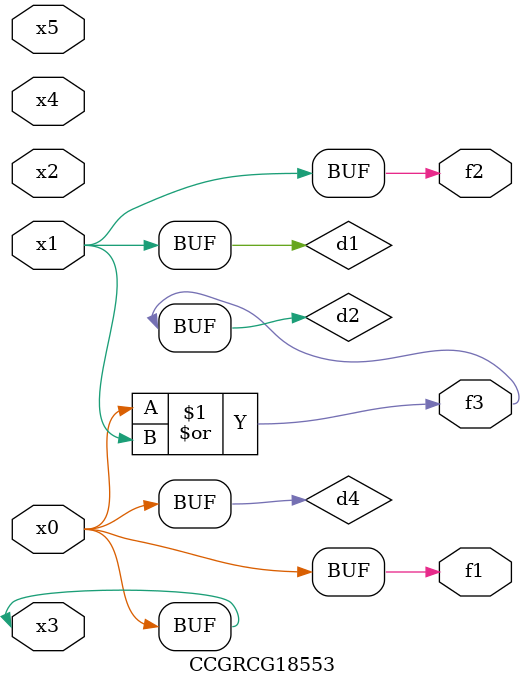
<source format=v>
module CCGRCG18553(
	input x0, x1, x2, x3, x4, x5,
	output f1, f2, f3
);

	wire d1, d2, d3, d4;

	and (d1, x1);
	or (d2, x0, x1);
	nand (d3, x0, x5);
	buf (d4, x0, x3);
	assign f1 = d4;
	assign f2 = d1;
	assign f3 = d2;
endmodule

</source>
